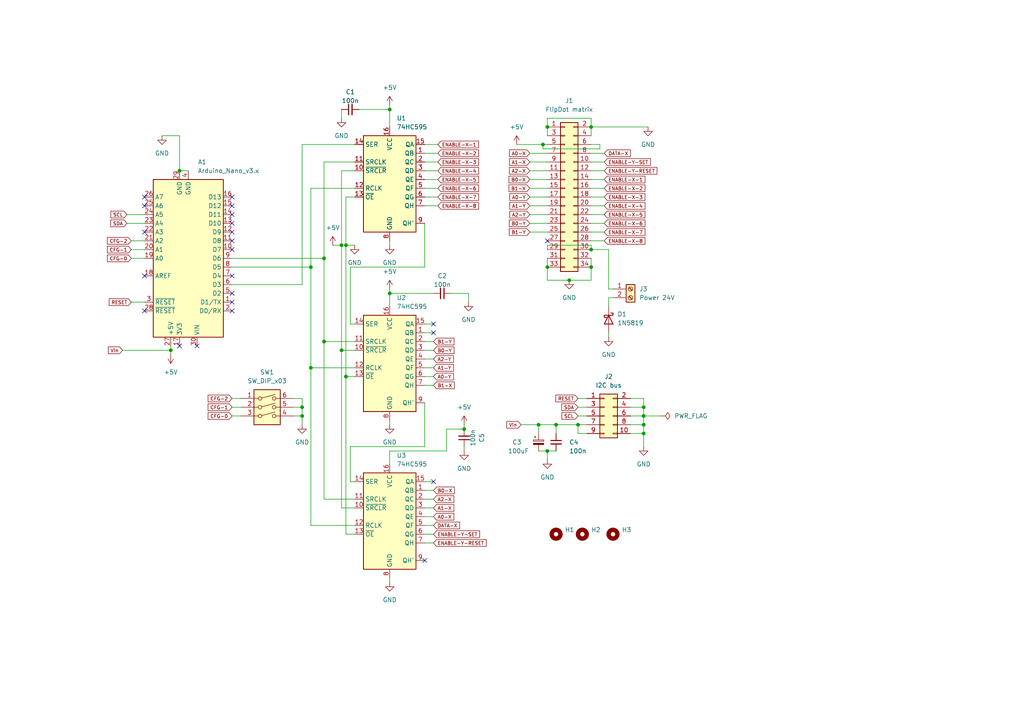
<source format=kicad_sch>
(kicad_sch (version 20211123) (generator eeschema)
  (paper "A4")
  (title_block (title "FlipDot34-Nano Controller Board") (date "2022-04-30") (rev "1.0"))
  (lib_symbols
    (symbol "74xx:74HC595"
      (property "Reference" "U" (at -7.62 13.97 0))
      (property "Value" "74HC595" (at -7.62 -16.51 0))
      (symbol "74HC595_1_0"
        (pin tri_state line (at 10.16 7.62 180) (length 2.54) (name "QB") (number "1"))
        (pin input line (at -10.16 2.54 0) (length 2.54) (name "~{SRCLR}") (number "10"))
        (pin input line (at -10.16 5.08 0) (length 2.54) (name "SRCLK") (number "11"))
        (pin input line (at -10.16 -2.54 0) (length 2.54) (name "RCLK") (number "12"))
        (pin input line (at -10.16 -5.08 0) (length 2.54) (name "~{OE}") (number "13"))
        (pin input line (at -10.16 10.16 0) (length 2.54) (name "SER") (number "14"))
        (pin tri_state line (at 10.16 10.16 180) (length 2.54) (name "QA") (number "15"))
        (pin power_in line (at 0 15.24 270) (length 2.54) (name "VCC") (number "16"))
        (pin tri_state line (at 10.16 5.08 180) (length 2.54) (name "QC") (number "2"))
        (pin tri_state line (at 10.16 2.54 180) (length 2.54) (name "QD") (number "3"))
        (pin tri_state line (at 10.16 0 180) (length 2.54) (name "QE") (number "4"))
        (pin tri_state line (at 10.16 -2.54 180) (length 2.54) (name "QF") (number "5"))
        (pin tri_state line (at 10.16 -5.08 180) (length 2.54) (name "QG") (number "6"))
        (pin tri_state line (at 10.16 -7.62 180) (length 2.54) (name "QH") (number "7"))
        (pin power_in line (at 0 -17.78 90) (length 2.54) (name "GND") (number "8"))
        (pin output line (at 10.16 -12.7 180) (length 2.54) (name "QH'") (number "9"))
      )
      (symbol "74HC595_1_1"
        (rectangle (start -7.62 12.7) (end 7.62 -15.24) (stroke (width 0.254)) (fill (type background)))
      )
    )
    (symbol "Connector:Screw_Terminal_01x02" (pin_names (offset 1.016) hide)
      (property "Reference" "J" (at 0 2.54 0))
      (property "Value" "Screw_Terminal_01x02" (at 0 -5.08 0))
      (symbol "Screw_Terminal_01x02_1_1"
        (rectangle (start -1.27 1.27) (end 1.27 -3.81) (stroke (width 0.254)) (fill (type background)))
        (circle (center 0 -2.54) (radius 0.635) (stroke (width 0.1524)))
        (polyline (pts (xy -0.5334 -2.2098) (xy 0.3302 -3.048)) (stroke (width 0.1524)))
        (polyline (pts (xy -0.5334 0.3302) (xy 0.3302 -0.508)) (stroke (width 0.1524)))
        (polyline (pts (xy -0.3556 -2.032) (xy 0.508 -2.8702)) (stroke (width 0.1524)))
        (polyline (pts (xy -0.3556 0.508) (xy 0.508 -0.3302)) (stroke (width 0.1524)))
        (circle (center 0 0) (radius 0.635) (stroke (width 0.1524)))
        (pin passive line (at -5.08 0 0) (length 3.81) (name "Pin_1") (number "1"))
        (pin passive line (at -5.08 -2.54 0) (length 3.81) (name "Pin_2") (number "2"))
      )
    )
    (symbol "Connector_Generic:Conn_02x05_Odd_Even" (pin_names (offset 1.016) hide)
      (property "Reference" "J" (at 1.27 7.62 0))
      (property "Value" "Conn_02x05_Odd_Even" (at 1.27 -7.62 0))
      (symbol "Conn_02x05_Odd_Even_1_1"
        (rectangle (start -1.27 -4.953) (end 0 -5.207) (stroke (width 0.1524)))
        (rectangle (start -1.27 -2.413) (end 0 -2.667) (stroke (width 0.1524)))
        (rectangle (start -1.27 0.127) (end 0 -0.127) (stroke (width 0.1524)))
        (rectangle (start -1.27 2.667) (end 0 2.413) (stroke (width 0.1524)))
        (rectangle (start -1.27 5.207) (end 0 4.953) (stroke (width 0.1524)))
        (rectangle (start -1.27 6.35) (end 3.81 -6.35) (stroke (width 0.254)) (fill (type background)))
        (rectangle (start 3.81 -4.953) (end 2.54 -5.207) (stroke (width 0.1524)))
        (rectangle (start 3.81 -2.413) (end 2.54 -2.667) (stroke (width 0.1524)))
        (rectangle (start 3.81 0.127) (end 2.54 -0.127) (stroke (width 0.1524)))
        (rectangle (start 3.81 2.667) (end 2.54 2.413) (stroke (width 0.1524)))
        (rectangle (start 3.81 5.207) (end 2.54 4.953) (stroke (width 0.1524)))
        (pin passive line (at -5.08 5.08 0) (length 3.81) (name "Pin_1") (number "1"))
        (pin passive line (at 7.62 -5.08 180) (length 3.81) (name "Pin_10") (number "10"))
        (pin passive line (at 7.62 5.08 180) (length 3.81) (name "Pin_2") (number "2"))
        (pin passive line (at -5.08 2.54 0) (length 3.81) (name "Pin_3") (number "3"))
        (pin passive line (at 7.62 2.54 180) (length 3.81) (name "Pin_4") (number "4"))
        (pin passive line (at -5.08 0 0) (length 3.81) (name "Pin_5") (number "5"))
        (pin passive line (at 7.62 0 180) (length 3.81) (name "Pin_6") (number "6"))
        (pin passive line (at -5.08 -2.54 0) (length 3.81) (name "Pin_7") (number "7"))
        (pin passive line (at 7.62 -2.54 180) (length 3.81) (name "Pin_8") (number "8"))
        (pin passive line (at -5.08 -5.08 0) (length 3.81) (name "Pin_9") (number "9"))
      )
    )
    (symbol "Connector_Generic:Conn_02x17_Odd_Even" (pin_names (offset 1.016) hide)
      (property "Reference" "J" (at 1.27 22.86 0))
      (property "Value" "Conn_02x17_Odd_Even" (at 1.27 -22.86 0))
      (symbol "Conn_02x17_Odd_Even_1_1"
        (rectangle (start -1.27 -20.193) (end 0 -20.447) (stroke (width 0.1524)))
        (rectangle (start -1.27 -17.653) (end 0 -17.907) (stroke (width 0.1524)))
        (rectangle (start -1.27 -15.113) (end 0 -15.367) (stroke (width 0.1524)))
        (rectangle (start -1.27 -12.573) (end 0 -12.827) (stroke (width 0.1524)))
        (rectangle (start -1.27 -10.033) (end 0 -10.287) (stroke (width 0.1524)))
        (rectangle (start -1.27 -7.493) (end 0 -7.747) (stroke (width 0.1524)))
        (rectangle (start -1.27 -4.953) (end 0 -5.207) (stroke (width 0.1524)))
        (rectangle (start -1.27 -2.413) (end 0 -2.667) (stroke (width 0.1524)))
        (rectangle (start -1.27 0.127) (end 0 -0.127) (stroke (width 0.1524)))
        (rectangle (start -1.27 2.667) (end 0 2.413) (stroke (width 0.1524)))
        (rectangle (start -1.27 5.207) (end 0 4.953) (stroke (width 0.1524)))
        (rectangle (start -1.27 7.747) (end 0 7.493) (stroke (width 0.1524)))
        (rectangle (start -1.27 10.287) (end 0 10.033) (stroke (width 0.1524)))
        (rectangle (start -1.27 12.827) (end 0 12.573) (stroke (width 0.1524)))
        (rectangle (start -1.27 15.367) (end 0 15.113) (stroke (width 0.1524)))
        (rectangle (start -1.27 17.907) (end 0 17.653) (stroke (width 0.1524)))
        (rectangle (start -1.27 20.447) (end 0 20.193) (stroke (width 0.1524)))
        (rectangle (start -1.27 21.59) (end 3.81 -21.59) (stroke (width 0.254)) (fill (type background)))
        (rectangle (start 3.81 -20.193) (end 2.54 -20.447) (stroke (width 0.1524)))
        (rectangle (start 3.81 -17.653) (end 2.54 -17.907) (stroke (width 0.1524)))
        (rectangle (start 3.81 -15.113) (end 2.54 -15.367) (stroke (width 0.1524)))
        (rectangle (start 3.81 -12.573) (end 2.54 -12.827) (stroke (width 0.1524)))
        (rectangle (start 3.81 -10.033) (end 2.54 -10.287) (stroke (width 0.1524)))
        (rectangle (start 3.81 -7.493) (end 2.54 -7.747) (stroke (width 0.1524)))
        (rectangle (start 3.81 -4.953) (end 2.54 -5.207) (stroke (width 0.1524)))
        (rectangle (start 3.81 -2.413) (end 2.54 -2.667) (stroke (width 0.1524)))
        (rectangle (start 3.81 0.127) (end 2.54 -0.127) (stroke (width 0.1524)))
        (rectangle (start 3.81 2.667) (end 2.54 2.413) (stroke (width 0.1524)))
        (rectangle (start 3.81 5.207) (end 2.54 4.953) (stroke (width 0.1524)))
        (rectangle (start 3.81 7.747) (end 2.54 7.493) (stroke (width 0.1524)))
        (rectangle (start 3.81 10.287) (end 2.54 10.033) (stroke (width 0.1524)))
        (rectangle (start 3.81 12.827) (end 2.54 12.573) (stroke (width 0.1524)))
        (rectangle (start 3.81 15.367) (end 2.54 15.113) (stroke (width 0.1524)))
        (rectangle (start 3.81 17.907) (end 2.54 17.653) (stroke (width 0.1524)))
        (rectangle (start 3.81 20.447) (end 2.54 20.193) (stroke (width 0.1524)))
        (pin passive line (at -5.08 20.32 0) (length 3.81) (name "Pin_1") (number "1"))
        (pin passive line (at 7.62 10.16 180) (length 3.81) (name "Pin_10") (number "10"))
        (pin passive line (at -5.08 7.62 0) (length 3.81) (name "Pin_11") (number "11"))
        (pin passive line (at 7.62 7.62 180) (length 3.81) (name "Pin_12") (number "12"))
        (pin passive line (at -5.08 5.08 0) (length 3.81) (name "Pin_13") (number "13"))
        (pin passive line (at 7.62 5.08 180) (length 3.81) (name "Pin_14") (number "14"))
        (pin passive line (at -5.08 2.54 0) (length 3.81) (name "Pin_15") (number "15"))
        (pin passive line (at 7.62 2.54 180) (length 3.81) (name "Pin_16") (number "16"))
        (pin passive line (at -5.08 0 0) (length 3.81) (name "Pin_17") (number "17"))
        (pin passive line (at 7.62 0 180) (length 3.81) (name "Pin_18") (number "18"))
        (pin passive line (at -5.08 -2.54 0) (length 3.81) (name "Pin_19") (number "19"))
        (pin passive line (at 7.62 20.32 180) (length 3.81) (name "Pin_2") (number "2"))
        (pin passive line (at 7.62 -2.54 180) (length 3.81) (name "Pin_20") (number "20"))
        (pin passive line (at -5.08 -5.08 0) (length 3.81) (name "Pin_21") (number "21"))
        (pin passive line (at 7.62 -5.08 180) (length 3.81) (name "Pin_22") (number "22"))
        (pin passive line (at -5.08 -7.62 0) (length 3.81) (name "Pin_23") (number "23"))
        (pin passive line (at 7.62 -7.62 180) (length 3.81) (name "Pin_24") (number "24"))
        (pin passive line (at -5.08 -10.16 0) (length 3.81) (name "Pin_25") (number "25"))
        (pin passive line (at 7.62 -10.16 180) (length 3.81) (name "Pin_26") (number "26"))
        (pin passive line (at -5.08 -12.7 0) (length 3.81) (name "Pin_27") (number "27"))
        (pin passive line (at 7.62 -12.7 180) (length 3.81) (name "Pin_28") (number "28"))
        (pin passive line (at -5.08 -15.24 0) (length 3.81) (name "Pin_29") (number "29"))
        (pin passive line (at -5.08 17.78 0) (length 3.81) (name "Pin_3") (number "3"))
        (pin passive line (at 7.62 -15.24 180) (length 3.81) (name "Pin_30") (number "30"))
        (pin passive line (at -5.08 -17.78 0) (length 3.81) (name "Pin_31") (number "31"))
        (pin passive line (at 7.62 -17.78 180) (length 3.81) (name "Pin_32") (number "32"))
        (pin passive line (at -5.08 -20.32 0) (length 3.81) (name "Pin_33") (number "33"))
        (pin passive line (at 7.62 -20.32 180) (length 3.81) (name "Pin_34") (number "34"))
        (pin passive line (at 7.62 17.78 180) (length 3.81) (name "Pin_4") (number "4"))
        (pin passive line (at -5.08 15.24 0) (length 3.81) (name "Pin_5") (number "5"))
        (pin passive line (at 7.62 15.24 180) (length 3.81) (name "Pin_6") (number "6"))
        (pin passive line (at -5.08 12.7 0) (length 3.81) (name "Pin_7") (number "7"))
        (pin passive line (at 7.62 12.7 180) (length 3.81) (name "Pin_8") (number "8"))
        (pin passive line (at -5.08 10.16 0) (length 3.81) (name "Pin_9") (number "9"))
      )
    )
    (symbol "Device:C_Polarized_Small" (pin_numbers hide) (pin_names (offset 0.254) hide)
      (property "Reference" "C" (at 0.254 1.778 0))
      (property "Value" "C_Polarized_Small" (at 0.254 -2.032 0))
      (symbol "C_Polarized_Small_0_1"
        (rectangle (start -1.524 -0.3048) (end 1.524 -0.6858) (fill (type outline)))
        (rectangle (start -1.524 0.6858) (end 1.524 0.3048))
        (polyline (pts (xy -1.27 1.524) (xy -0.762 1.524)))
        (polyline (pts (xy -1.016 1.27) (xy -1.016 1.778)))
      )
      (symbol "C_Polarized_Small_1_1"
        (pin passive line (at 0 2.54 270) (length 1.8542) (name "~") (number "1"))
        (pin passive line (at 0 -2.54 90) (length 1.8542) (name "~") (number "2"))
      )
    )
    (symbol "Device:C_Small" (pin_numbers hide) (pin_names (offset 0.254) hide)
      (property "Reference" "C" (at 0.254 1.778 0))
      (property "Value" "C_Small" (at 0.254 -2.032 0))
      (symbol "C_Small_0_1"
        (polyline (pts (xy -1.524 -0.508) (xy 1.524 -0.508)) (stroke (width 0.3302)))
        (polyline (pts (xy -1.524 0.508) (xy 1.524 0.508)) (stroke (width 0.3048)))
      )
      (symbol "C_Small_1_1"
        (pin passive line (at 0 2.54 270) (length 2.032) (name "~") (number "1"))
        (pin passive line (at 0 -2.54 90) (length 2.032) (name "~") (number "2"))
      )
    )
    (symbol "Diode:1N5819" (pin_numbers hide) (pin_names (offset 1.016) hide)
      (property "Reference" "D" (at 0 2.54 0))
      (property "Value" "1N5819" (at 0 -2.54 0))
      (symbol "1N5819_0_1"
        (polyline (pts (xy 1.27 0) (xy -1.27 0)))
        (polyline (pts (xy 1.27 1.27) (xy 1.27 -1.27) (xy -1.27 0) (xy 1.27 1.27)) (stroke (width 0.254)))
        (polyline (pts (xy -1.905 0.635) (xy -1.905 1.27) (xy -1.27 1.27) (xy -1.27 -1.27) (xy -0.635 -1.27) (xy -0.635 -0.635)) (stroke (width 0.254)))
      )
      (symbol "1N5819_1_1"
        (pin passive line (at -3.81 0 0) (length 2.54) (name "K") (number "1"))
        (pin passive line (at 3.81 0 180) (length 2.54) (name "A") (number "2"))
      )
    )
    (symbol "MCU_Module:Arduino_Nano_v3.x"
      (property "Reference" "A" (at -10.16 23.495 0))
      (property "Value" "Arduino_Nano_v3.x" (at 5.08 -24.13 0))
      (symbol "Arduino_Nano_v3.x_0_1"
        (rectangle (start -10.16 22.86) (end 10.16 -22.86) (stroke (width 0.254)) (fill (type background)))
      )
      (symbol "Arduino_Nano_v3.x_1_1"
        (pin bidirectional line (at -12.7 12.7 0) (length 2.54) (name "D1/TX") (number "1"))
        (pin bidirectional line (at -12.7 -2.54 0) (length 2.54) (name "D7") (number "10"))
        (pin bidirectional line (at -12.7 -5.08 0) (length 2.54) (name "D8") (number "11"))
        (pin bidirectional line (at -12.7 -7.62 0) (length 2.54) (name "D9") (number "12"))
        (pin bidirectional line (at -12.7 -10.16 0) (length 2.54) (name "D10") (number "13"))
        (pin bidirectional line (at -12.7 -12.7 0) (length 2.54) (name "D11") (number "14"))
        (pin bidirectional line (at -12.7 -15.24 0) (length 2.54) (name "D12") (number "15"))
        (pin bidirectional line (at -12.7 -17.78 0) (length 2.54) (name "D13") (number "16"))
        (pin power_out line (at 2.54 25.4 270) (length 2.54) (name "3V3") (number "17"))
        (pin input line (at 12.7 5.08 180) (length 2.54) (name "AREF") (number "18"))
        (pin bidirectional line (at 12.7 0 180) (length 2.54) (name "A0") (number "19"))
        (pin bidirectional line (at -12.7 15.24 0) (length 2.54) (name "D0/RX") (number "2"))
        (pin bidirectional line (at 12.7 -2.54 180) (length 2.54) (name "A1") (number "20"))
        (pin bidirectional line (at 12.7 -5.08 180) (length 2.54) (name "A2") (number "21"))
        (pin bidirectional line (at 12.7 -7.62 180) (length 2.54) (name "A3") (number "22"))
        (pin bidirectional line (at 12.7 -10.16 180) (length 2.54) (name "A4") (number "23"))
        (pin bidirectional line (at 12.7 -12.7 180) (length 2.54) (name "A5") (number "24"))
        (pin bidirectional line (at 12.7 -15.24 180) (length 2.54) (name "A6") (number "25"))
        (pin bidirectional line (at 12.7 -17.78 180) (length 2.54) (name "A7") (number "26"))
        (pin power_out line (at 5.08 25.4 270) (length 2.54) (name "+5V") (number "27"))
        (pin input line (at 12.7 15.24 180) (length 2.54) (name "~{RESET}") (number "28"))
        (pin power_in line (at 2.54 -25.4 90) (length 2.54) (name "GND") (number "29"))
        (pin input line (at 12.7 12.7 180) (length 2.54) (name "~{RESET}") (number "3"))
        (pin power_in line (at -2.54 25.4 270) (length 2.54) (name "VIN") (number "30"))
        (pin power_in line (at 0 -25.4 90) (length 2.54) (name "GND") (number "4"))
        (pin bidirectional line (at -12.7 10.16 0) (length 2.54) (name "D2") (number "5"))
        (pin bidirectional line (at -12.7 7.62 0) (length 2.54) (name "D3") (number "6"))
        (pin bidirectional line (at -12.7 5.08 0) (length 2.54) (name "D4") (number "7"))
        (pin bidirectional line (at -12.7 2.54 0) (length 2.54) (name "D5") (number "8"))
        (pin bidirectional line (at -12.7 0 0) (length 2.54) (name "D6") (number "9"))
      )
    )
    (symbol "Mechanical:MountingHole" (pin_names (offset 1.016))
      (property "Reference" "H" (at 0 5.08 0))
      (property "Value" "MountingHole" (at 0 3.175 0))
      (symbol "MountingHole_0_1"
        (circle (center 0 0) (radius 1.27) (stroke (width 1.27)))
      )
    )
    (symbol "Switch:SW_DIP_x03" (pin_names (offset 0) hide)
      (property "Reference" "SW" (at 0 8.89 0))
      (property "Value" "SW_DIP_x03" (at 0 -3.81 0))
      (symbol "SW_DIP_x03_0_0"
        (circle (center -2.032 0) (radius 0.508))
        (circle (center -2.032 2.54) (radius 0.508))
        (circle (center -2.032 5.08) (radius 0.508))
        (polyline (pts (xy -1.524 0.127) (xy 2.3622 1.1684)))
        (polyline (pts (xy -1.524 2.667) (xy 2.3622 3.7084)))
        (polyline (pts (xy -1.524 5.207) (xy 2.3622 6.2484)))
        (circle (center 2.032 0) (radius 0.508))
        (circle (center 2.032 2.54) (radius 0.508))
        (circle (center 2.032 5.08) (radius 0.508))
      )
      (symbol "SW_DIP_x03_0_1"
        (rectangle (start -3.81 7.62) (end 3.81 -2.54) (stroke (width 0.254)) (fill (type background)))
      )
      (symbol "SW_DIP_x03_1_1"
        (pin passive line (at -7.62 5.08 0) (length 5.08) (name "~") (number "1"))
        (pin passive line (at -7.62 2.54 0) (length 5.08) (name "~") (number "2"))
        (pin passive line (at -7.62 0 0) (length 5.08) (name "~") (number "3"))
        (pin passive line (at 7.62 0 180) (length 5.08) (name "~") (number "4"))
        (pin passive line (at 7.62 2.54 180) (length 5.08) (name "~") (number "5"))
        (pin passive line (at 7.62 5.08 180) (length 5.08) (name "~") (number "6"))
      )
    )
    (symbol "power:+5V" (power) (pin_names (offset 0))
      (property "Value" "+5V" (at 0 3.556 0))
      (symbol "+5V_0_1"
        (polyline (pts (xy -0.762 1.27) (xy 0 2.54)))
        (polyline (pts (xy 0 0) (xy 0 2.54)))
        (polyline (pts (xy 0 2.54) (xy 0.762 1.27)))
      )
      (symbol "+5V_1_1"
        (pin power_in line (at 0 0 90) (length 0) hide (name "+5V") (number "1"))
      )
    )
    (symbol "power:GND" (power) (pin_names (offset 0))
      (property "Value" "GND" (at 0 -3.81 0))
      (symbol "GND_0_1"
        (polyline (pts (xy 0 0) (xy 0 -1.27) (xy 1.27 -1.27) (xy 0 -2.54) (xy -1.27 -1.27) (xy 0 -1.27)))
      )
      (symbol "GND_1_1"
        (pin power_in line (at 0 0 270) (length 0) hide (name "GND") (number "1"))
      )
    )
    (symbol "power:PWR_FLAG" (power) (pin_numbers hide) (pin_names (offset 0) hide)
      (property "Value" "PWR_FLAG" (at 0 3.81 0))
      (symbol "PWR_FLAG_0_0"
        (pin power_out line (at 0 0 90) (length 0) (name "pwr") (number "1"))
      )
      (symbol "PWR_FLAG_0_1"
        (polyline (pts (xy 0 0) (xy 0 1.27) (xy -1.016 1.905) (xy 0 2.54) (xy 1.016 1.905) (xy 0 1.27)))
      )
    )
  )
  (junction (at 52.07 49.53))
  (junction (at 100.33 71.12))
  (junction (at 99.06 101.6))
  (junction (at 99.06 71.12))
  (junction (at 113.03 85.09))
  (junction (at 171.45 77.47))
  (junction (at 156.21 123.19))
  (junction (at 186.69 123.19))
  (junction (at 171.45 72.39))
  (junction (at 161.29 123.19))
  (junction (at 186.69 120.65))
  (junction (at 186.69 125.73))
  (junction (at 100.33 109.22))
  (junction (at 49.53 101.6))
  (junction (at 158.75 36.83))
  (junction (at 165.1 81.28))
  (junction (at 158.75 130.81))
  (junction (at 113.03 31.75))
  (junction (at 167.64 123.19))
  (junction (at 90.17 106.68))
  (junction (at 90.17 77.47))
  (junction (at 157.48 41.91))
  (junction (at 87.63 120.65))
  (junction (at 87.63 118.11))
  (junction (at 171.45 36.83))
  (junction (at 134.62 124.46))
  (junction (at 93.98 74.93))
  (junction (at 158.75 77.47))
  (junction (at 186.69 118.11))
  (junction (at 93.98 99.06))
  (no_connect (at 41.91 67.31))
  (no_connect (at 67.31 87.63))
  (no_connect (at 41.91 59.69))
  (no_connect (at 125.73 139.7))
  (no_connect (at 52.07 100.33))
  (no_connect (at 125.73 96.52))
  (no_connect (at 67.31 57.15))
  (no_connect (at 125.73 93.98))
  (no_connect (at 67.31 64.77))
  (no_connect (at 67.31 85.09))
  (no_connect (at 67.31 80.01))
  (no_connect (at 67.31 67.31))
  (no_connect (at 67.31 69.85))
  (no_connect (at 67.31 72.39))
  (no_connect (at 41.91 80.01))
  (no_connect (at 57.15 100.33))
  (no_connect (at 123.19 162.56))
  (no_connect (at 41.91 57.15))
  (no_connect (at 67.31 90.17))
  (no_connect (at 158.75 69.85))
  (no_connect (at 67.31 62.23))
  (no_connect (at 67.31 59.69))
  (no_connect (at 41.91 90.17))
  (wire (pts (xy 153.67 46.99) (xy 158.75 46.99)))
  (wire (pts (xy 102.87 57.15) (xy 100.33 57.15)))
  (wire (pts (xy 67.31 82.55) (xy 87.63 82.55)))
  (wire (pts (xy 167.64 120.65) (xy 170.18 120.65)))
  (wire (pts (xy 157.48 41.91) (xy 157.48 43.18)))
  (wire (pts (xy 113.03 31.75) (xy 113.03 36.83)))
  (wire (pts (xy 157.48 41.91) (xy 158.75 41.91)))
  (wire (pts (xy 67.31 118.11) (xy 69.85 118.11)))
  (wire (pts (xy 186.69 115.57) (xy 186.69 118.11)))
  (wire (pts (xy 158.75 71.12) (xy 171.45 71.12)))
  (wire (pts (xy 158.75 130.81) (xy 158.75 133.35)))
  (wire (pts (xy 85.09 120.65) (xy 87.63 120.65)))
  (wire (pts (xy 171.45 34.29) (xy 171.45 36.83)))
  (wire (pts (xy 158.75 36.83) (xy 158.75 39.37)))
  (wire (pts (xy 153.67 62.23) (xy 158.75 62.23)))
  (wire (pts (xy 186.69 120.65) (xy 191.77 120.65)))
  (wire (pts (xy 158.75 34.29) (xy 171.45 34.29)))
  (wire (pts (xy 123.19 77.47) (xy 101.6 77.47)))
  (wire (pts (xy 186.69 125.73) (xy 186.69 129.54)))
  (wire (pts (xy 123.19 44.45) (xy 127 44.45)))
  (wire (pts (xy 171.45 71.12) (xy 171.45 72.39)))
  (wire (pts (xy 123.19 101.6) (xy 125.73 101.6)))
  (wire (pts (xy 38.1 87.63) (xy 41.91 87.63)))
  (wire (pts (xy 49.53 101.6) (xy 49.53 102.87)))
  (wire (pts (xy 99.06 101.6) (xy 99.06 147.32)))
  (wire (pts (xy 175.26 54.61) (xy 171.45 54.61)))
  (wire (pts (xy 90.17 54.61) (xy 90.17 77.47)))
  (wire (pts (xy 123.19 52.07) (xy 127 52.07)))
  (wire (pts (xy 93.98 144.78) (xy 102.87 144.78)))
  (wire (pts (xy 100.33 71.12) (xy 102.87 71.12)))
  (wire (pts (xy 156.21 123.19) (xy 161.29 123.19)))
  (wire (pts (xy 123.19 139.7) (xy 125.73 139.7)))
  (wire (pts (xy 153.67 57.15) (xy 158.75 57.15)))
  (wire (pts (xy 173.99 43.18) (xy 173.99 41.91)))
  (wire (pts (xy 52.07 39.37) (xy 52.07 49.53)))
  (wire (pts (xy 90.17 77.47) (xy 90.17 106.68)))
  (wire (pts (xy 36.83 62.23) (xy 41.91 62.23)))
  (wire (pts (xy 175.26 57.15) (xy 171.45 57.15)))
  (wire (pts (xy 93.98 99.06) (xy 102.87 99.06)))
  (wire (pts (xy 113.03 121.92) (xy 113.03 123.19)))
  (wire (pts (xy 182.88 123.19) (xy 186.69 123.19)))
  (wire (pts (xy 182.88 120.65) (xy 186.69 120.65)))
  (wire (pts (xy 158.75 81.28) (xy 165.1 81.28)))
  (wire (pts (xy 123.19 99.06) (xy 125.73 99.06)))
  (wire (pts (xy 100.33 57.15) (xy 100.33 71.12)))
  (wire (pts (xy 67.31 77.47) (xy 90.17 77.47)))
  (wire (pts (xy 176.53 83.82) (xy 177.8 83.82)))
  (wire (pts (xy 99.06 71.12) (xy 99.06 101.6)))
  (wire (pts (xy 102.87 49.53) (xy 99.06 49.53)))
  (wire (pts (xy 85.09 115.57) (xy 87.63 115.57)))
  (wire (pts (xy 157.48 43.18) (xy 173.99 43.18)))
  (wire (pts (xy 176.53 72.39) (xy 176.53 83.82)))
  (wire (pts (xy 67.31 115.57) (xy 69.85 115.57)))
  (wire (pts (xy 52.07 49.53) (xy 54.61 49.53)))
  (wire (pts (xy 101.6 93.98) (xy 102.87 93.98)))
  (wire (pts (xy 175.26 59.69) (xy 171.45 59.69)))
  (wire (pts (xy 123.19 49.53) (xy 127 49.53)))
  (wire (pts (xy 176.53 86.36) (xy 177.8 86.36)))
  (wire (pts (xy 123.19 142.24) (xy 125.73 142.24)))
  (wire (pts (xy 123.19 116.84) (xy 123.19 129.54)))
  (wire (pts (xy 99.06 101.6) (xy 102.87 101.6)))
  (wire (pts (xy 173.99 41.91) (xy 171.45 41.91)))
  (wire (pts (xy 171.45 81.28) (xy 171.45 77.47)))
  (wire (pts (xy 100.33 109.22) (xy 100.33 154.94)))
  (wire (pts (xy 123.19 57.15) (xy 127 57.15)))
  (wire (pts (xy 123.19 46.99) (xy 127 46.99)))
  (wire (pts (xy 158.75 72.39) (xy 158.75 71.12)))
  (wire (pts (xy 123.19 109.22) (xy 125.73 109.22)))
  (wire (pts (xy 182.88 115.57) (xy 186.69 115.57)))
  (wire (pts (xy 101.6 139.7) (xy 102.87 139.7)))
  (wire (pts (xy 113.03 69.85) (xy 113.03 71.12)))
  (wire (pts (xy 186.69 123.19) (xy 186.69 125.73)))
  (wire (pts (xy 38.1 74.93) (xy 41.91 74.93)))
  (wire (pts (xy 123.19 106.68) (xy 125.73 106.68)))
  (wire (pts (xy 167.64 123.19) (xy 170.18 123.19)))
  (wire (pts (xy 101.6 129.54) (xy 101.6 139.7)))
  (wire (pts (xy 102.87 46.99) (xy 93.98 46.99)))
  (wire (pts (xy 90.17 106.68) (xy 102.87 106.68)))
  (wire (pts (xy 175.26 49.53) (xy 171.45 49.53)))
  (wire (pts (xy 171.45 72.39) (xy 176.53 72.39)))
  (wire (pts (xy 153.67 67.31) (xy 158.75 67.31)))
  (wire (pts (xy 123.19 154.94) (xy 125.73 154.94)))
  (wire (pts (xy 123.19 64.77) (xy 123.19 77.47)))
  (wire (pts (xy 123.19 152.4) (xy 125.73 152.4)))
  (wire (pts (xy 130.81 85.09) (xy 135.89 85.09)))
  (wire (pts (xy 123.19 104.14) (xy 125.73 104.14)))
  (wire (pts (xy 123.19 144.78) (xy 125.73 144.78)))
  (wire (pts (xy 67.31 74.93) (xy 93.98 74.93)))
  (wire (pts (xy 99.06 49.53) (xy 99.06 71.12)))
  (wire (pts (xy 90.17 152.4) (xy 102.87 152.4)))
  (wire (pts (xy 100.33 154.94) (xy 102.87 154.94)))
  (wire (pts (xy 161.29 123.19) (xy 161.29 125.73)))
  (wire (pts (xy 176.53 86.36) (xy 176.53 88.9)))
  (wire (pts (xy 158.75 74.93) (xy 158.75 77.47)))
  (wire (pts (xy 129.54 124.46) (xy 134.62 124.46)))
  (wire (pts (xy 175.26 46.99) (xy 171.45 46.99)))
  (wire (pts (xy 167.64 125.73) (xy 170.18 125.73)))
  (wire (pts (xy 171.45 36.83) (xy 171.45 39.37)))
  (wire (pts (xy 38.1 69.85) (xy 41.91 69.85)))
  (wire (pts (xy 113.03 130.81) (xy 129.54 130.81)))
  (wire (pts (xy 153.67 59.69) (xy 158.75 59.69)))
  (wire (pts (xy 99.06 147.32) (xy 102.87 147.32)))
  (wire (pts (xy 171.45 69.85) (xy 175.26 69.85)))
  (wire (pts (xy 161.29 123.19) (xy 167.64 123.19)))
  (wire (pts (xy 158.75 77.47) (xy 158.75 81.28)))
  (wire (pts (xy 90.17 106.68) (xy 90.17 152.4)))
  (wire (pts (xy 104.14 31.75) (xy 113.03 31.75)))
  (wire (pts (xy 153.67 52.07) (xy 158.75 52.07)))
  (wire (pts (xy 113.03 85.09) (xy 125.73 85.09)))
  (wire (pts (xy 186.69 120.65) (xy 186.69 123.19)))
  (wire (pts (xy 153.67 64.77) (xy 158.75 64.77)))
  (wire (pts (xy 182.88 125.73) (xy 186.69 125.73)))
  (wire (pts (xy 52.07 39.37) (xy 46.99 39.37)))
  (wire (pts (xy 36.83 64.77) (xy 41.91 64.77)))
  (wire (pts (xy 171.45 67.31) (xy 175.26 67.31)))
  (wire (pts (xy 167.64 115.57) (xy 170.18 115.57)))
  (wire (pts (xy 87.63 41.91) (xy 102.87 41.91)))
  (wire (pts (xy 123.19 59.69) (xy 127 59.69)))
  (wire (pts (xy 176.53 96.52) (xy 176.53 97.79)))
  (wire (pts (xy 85.09 118.11) (xy 87.63 118.11)))
  (wire (pts (xy 167.64 123.19) (xy 167.64 125.73)))
  (wire (pts (xy 87.63 82.55) (xy 87.63 41.91)))
  (wire (pts (xy 87.63 115.57) (xy 87.63 118.11)))
  (wire (pts (xy 87.63 120.65) (xy 87.63 123.19)))
  (wire (pts (xy 100.33 71.12) (xy 100.33 109.22)))
  (wire (pts (xy 93.98 46.99) (xy 93.98 74.93)))
  (wire (pts (xy 175.26 62.23) (xy 171.45 62.23)))
  (wire (pts (xy 123.19 111.76) (xy 125.73 111.76)))
  (wire (pts (xy 123.19 147.32) (xy 125.73 147.32)))
  (wire (pts (xy 167.64 118.11) (xy 170.18 118.11)))
  (wire (pts (xy 113.03 83.82) (xy 113.03 85.09)))
  (wire (pts (xy 87.63 118.11) (xy 87.63 120.65)))
  (wire (pts (xy 129.54 130.81) (xy 129.54 124.46)))
  (wire (pts (xy 175.26 44.45) (xy 171.45 44.45)))
  (wire (pts (xy 102.87 54.61) (xy 90.17 54.61)))
  (wire (pts (xy 113.03 134.62) (xy 113.03 130.81)))
  (wire (pts (xy 123.19 54.61) (xy 127 54.61)))
  (wire (pts (xy 123.19 93.98) (xy 125.73 93.98)))
  (wire (pts (xy 156.21 130.81) (xy 158.75 130.81)))
  (wire (pts (xy 134.62 129.54) (xy 134.62 130.81)))
  (wire (pts (xy 153.67 54.61) (xy 158.75 54.61)))
  (wire (pts (xy 135.89 85.09) (xy 135.89 87.63)))
  (wire (pts (xy 171.45 74.93) (xy 171.45 77.47)))
  (wire (pts (xy 151.13 123.19) (xy 156.21 123.19)))
  (wire (pts (xy 96.52 71.12) (xy 99.06 71.12)))
  (wire (pts (xy 175.26 52.07) (xy 171.45 52.07)))
  (wire (pts (xy 153.67 44.45) (xy 158.75 44.45)))
  (wire (pts (xy 100.33 109.22) (xy 102.87 109.22)))
  (wire (pts (xy 123.19 157.48) (xy 125.73 157.48)))
  (wire (pts (xy 186.69 118.11) (xy 186.69 120.65)))
  (wire (pts (xy 156.21 123.19) (xy 156.21 125.73)))
  (wire (pts (xy 165.1 81.28) (xy 171.45 81.28)))
  (wire (pts (xy 123.19 149.86) (xy 125.73 149.86)))
  (wire (pts (xy 99.06 31.75) (xy 99.06 34.29)))
  (wire (pts (xy 35.56 101.6) (xy 49.53 101.6)))
  (wire (pts (xy 171.45 36.83) (xy 187.96 36.83)))
  (wire (pts (xy 113.03 167.64) (xy 113.03 168.91)))
  (wire (pts (xy 123.19 96.52) (xy 125.73 96.52)))
  (wire (pts (xy 134.62 123.19) (xy 134.62 124.46)))
  (wire (pts (xy 158.75 36.83) (xy 158.75 34.29)))
  (wire (pts (xy 49.53 100.33) (xy 49.53 101.6)))
  (wire (pts (xy 93.98 74.93) (xy 93.98 99.06)))
  (wire (pts (xy 52.07 49.53) (xy 52.07 50.8)))
  (wire (pts (xy 67.31 120.65) (xy 69.85 120.65)))
  (wire (pts (xy 182.88 118.11) (xy 186.69 118.11)))
  (wire (pts (xy 113.03 30.48) (xy 113.03 31.75)))
  (wire (pts (xy 158.75 130.81) (xy 161.29 130.81)))
  (wire (pts (xy 93.98 99.06) (xy 93.98 144.78)))
  (wire (pts (xy 38.1 72.39) (xy 41.91 72.39)))
  (wire (pts (xy 123.19 41.91) (xy 127 41.91)))
  (wire (pts (xy 123.19 129.54) (xy 101.6 129.54)))
  (wire (pts (xy 149.86 41.91) (xy 157.48 41.91)))
  (wire (pts (xy 153.67 49.53) (xy 158.75 49.53)))
  (wire (pts (xy 101.6 77.47) (xy 101.6 93.98)))
  (wire (pts (xy 175.26 64.77) (xy 171.45 64.77)))
  (wire (pts (xy 113.03 85.09) (xy 113.03 88.9)))
  (global_label "ENABLE-X-5" (shape input) (at 175.26 62.23 0) (effects (font (size 1 1))) (property "Intersheet References" "${INTERSHEET_REFS}" (effects hide)))
  (global_label "SDA" (shape input) (at 36.83 64.77 180) (effects (font (size 1 1))) (property "Intersheet References" "${INTERSHEET_REFS}" (effects hide)))
  (global_label "ENABLE-X-8" (shape input) (at 127 59.69 0) (effects (font (size 1 1))) (property "Intersheet References" "${INTERSHEET_REFS}" (effects hide)))
  (global_label "ENABLE-Y-RESET" (shape input) (at 125.73 157.48 0) (effects (font (size 1 1))) (property "Intersheet References" "${INTERSHEET_REFS}" (effects hide)))
  (global_label "SCL" (shape input) (at 167.64 120.65 180) (effects (font (size 1 1))) (property "Intersheet References" "${INTERSHEET_REFS}" (effects hide)))
  (global_label "DATA-X" (shape input) (at 125.73 152.4 0) (effects (font (size 1 1))) (property "Intersheet References" "${INTERSHEET_REFS}" (effects hide)))
  (global_label "CFG-1" (shape input) (at 67.31 118.11 180) (effects (font (size 1 1))) (property "Intersheet References" "${INTERSHEET_REFS}" (effects hide)))
  (global_label "A0-X" (shape input) (at 125.73 149.86 0) (effects (font (size 1 1))) (property "Intersheet References" "${INTERSHEET_REFS}" (effects hide)))
  (global_label "B0-Y" (shape input) (at 153.67 64.77 180) (effects (font (size 1 1))) (property "Intersheet References" "${INTERSHEET_REFS}" (effects hide)))
  (global_label "ENABLE-X-1" (shape input) (at 127 41.91 0) (effects (font (size 1 1))) (property "Intersheet References" "${INTERSHEET_REFS}" (effects hide)))
  (global_label "B1-Y" (shape input) (at 125.73 99.06 0) (effects (font (size 1 1))) (property "Intersheet References" "${INTERSHEET_REFS}" (effects hide)))
  (global_label "ENABLE-X-6" (shape input) (at 127 54.61 0) (effects (font (size 1 1))) (property "Intersheet References" "${INTERSHEET_REFS}" (effects hide)))
  (global_label "SDA" (shape input) (at 167.64 118.11 180) (effects (font (size 1 1))) (property "Intersheet References" "${INTERSHEET_REFS}" (effects hide)))
  (global_label "A1-Y" (shape input) (at 125.73 106.68 0) (effects (font (size 1 1))) (property "Intersheet References" "${INTERSHEET_REFS}" (effects hide)))
  (global_label "B0-Y" (shape input) (at 125.73 101.6 0) (effects (font (size 1 1))) (property "Intersheet References" "${INTERSHEET_REFS}" (effects hide)))
  (global_label "A0-Y" (shape input) (at 153.67 57.15 180) (effects (font (size 1 1))) (property "Intersheet References" "${INTERSHEET_REFS}" (effects hide)))
  (global_label "ENABLE-X-3" (shape input) (at 175.26 57.15 0) (effects (font (size 1 1))) (property "Intersheet References" "${INTERSHEET_REFS}" (effects hide)))
  (global_label "ENABLE-X-4" (shape input) (at 175.26 59.69 0) (effects (font (size 1 1))) (property "Intersheet References" "${INTERSHEET_REFS}" (effects hide)))
  (global_label "ENABLE-X-5" (shape input) (at 127 52.07 0) (effects (font (size 1 1))) (property "Intersheet References" "${INTERSHEET_REFS}" (effects hide)))
  (global_label "B1-X" (shape input) (at 153.67 54.61 180) (effects (font (size 1 1))) (property "Intersheet References" "${INTERSHEET_REFS}" (effects hide)))
  (global_label "A1-X" (shape input) (at 125.73 147.32 0) (effects (font (size 1 1))) (property "Intersheet References" "${INTERSHEET_REFS}" (effects hide)))
  (global_label "RESET" (shape input) (at 38.1 87.63 180) (effects (font (size 1 1))) (property "Intersheet References" "${INTERSHEET_REFS}" (effects hide)))
  (global_label "CFG-0" (shape input) (at 67.31 120.65 180) (effects (font (size 1 1))) (property "Intersheet References" "${INTERSHEET_REFS}" (effects hide)))
  (global_label "CFG-1" (shape input) (at 38.1 72.39 180) (effects (font (size 1 1))) (property "Intersheet References" "${INTERSHEET_REFS}" (effects hide)))
  (global_label "RESET" (shape input) (at 167.64 115.57 180) (effects (font (size 1 1))) (property "Intersheet References" "${INTERSHEET_REFS}" (effects hide)))
  (global_label "B0-X" (shape input) (at 153.67 52.07 180) (effects (font (size 1 1))) (property "Intersheet References" "${INTERSHEET_REFS}" (effects hide)))
  (global_label "B1-Y" (shape input) (at 153.67 67.31 180) (effects (font (size 1 1))) (property "Intersheet References" "${INTERSHEET_REFS}" (effects hide)))
  (global_label "A0-Y" (shape input) (at 125.73 109.22 0) (effects (font (size 1 1))) (property "Intersheet References" "${INTERSHEET_REFS}" (effects hide)))
  (global_label "A2-X" (shape input) (at 153.67 49.53 180) (effects (font (size 1 1))) (property "Intersheet References" "${INTERSHEET_REFS}" (effects hide)))
  (global_label "B0-X" (shape input) (at 125.73 142.24 0) (effects (font (size 1 1))) (property "Intersheet References" "${INTERSHEET_REFS}" (effects hide)))
  (global_label "ENABLE-X-6" (shape input) (at 175.26 64.77 0) (effects (font (size 1 1))) (property "Intersheet References" "${INTERSHEET_REFS}" (effects hide)))
  (global_label "A1-Y" (shape input) (at 153.67 59.69 180) (effects (font (size 1 1))) (property "Intersheet References" "${INTERSHEET_REFS}" (effects hide)))
  (global_label "A2-Y" (shape input) (at 125.73 104.14 0) (effects (font (size 1 1))) (property "Intersheet References" "${INTERSHEET_REFS}" (effects hide)))
  (global_label "SCL" (shape input) (at 36.83 62.23 180) (effects (font (size 1 1))) (property "Intersheet References" "${INTERSHEET_REFS}" (effects hide)))
  (global_label "ENABLE-X-8" (shape input) (at 175.26 69.85 0) (effects (font (size 1 1))) (property "Intersheet References" "${INTERSHEET_REFS}" (effects hide)))
  (global_label "DATA-X" (shape input) (at 175.26 44.45 0) (effects (font (size 1 1))) (property "Intersheet References" "${INTERSHEET_REFS}" (effects hide)))
  (global_label "ENABLE-X-4" (shape input) (at 127 49.53 0) (effects (font (size 1 1))) (property "Intersheet References" "${INTERSHEET_REFS}" (effects hide)))
  (global_label "ENABLE-X-3" (shape input) (at 127 46.99 0) (effects (font (size 1 1))) (property "Intersheet References" "${INTERSHEET_REFS}" (effects hide)))
  (global_label "Vin" (shape input) (at 35.56 101.6 180) (effects (font (size 1 1))) (property "Intersheet References" "${INTERSHEET_REFS}" (effects hide)))
  (global_label "ENABLE-X-2" (shape input) (at 127 44.45 0) (effects (font (size 1 1))) (property "Intersheet References" "${INTERSHEET_REFS}" (effects hide)))
  (global_label "CFG-0" (shape input) (at 38.1 74.93 180) (effects (font (size 1 1))) (property "Intersheet References" "${INTERSHEET_REFS}" (effects hide)))
  (global_label "ENABLE-Y-RESET" (shape input) (at 175.26 49.53 0) (effects (font (size 1 1))) (property "Intersheet References" "${INTERSHEET_REFS}" (effects hide)))
  (global_label "A2-Y" (shape input) (at 153.67 62.23 180) (effects (font (size 1 1))) (property "Intersheet References" "${INTERSHEET_REFS}" (effects hide)))
  (global_label "A1-X" (shape input) (at 153.67 46.99 180) (effects (font (size 1 1))) (property "Intersheet References" "${INTERSHEET_REFS}" (effects hide)))
  (global_label "A2-X" (shape input) (at 125.73 144.78 0) (effects (font (size 1 1))) (property "Intersheet References" "${INTERSHEET_REFS}" (effects hide)))
  (global_label "Vin" (shape input) (at 151.13 123.19 180) (effects (font (size 1 1))) (property "Intersheet References" "${INTERSHEET_REFS}" (effects hide)))
  (global_label "CFG-2" (shape input) (at 38.1 69.85 180) (effects (font (size 1 1))) (property "Intersheet References" "${INTERSHEET_REFS}" (effects hide)))
  (global_label "A0-X" (shape input) (at 153.67 44.45 180) (effects (font (size 1 1))) (property "Intersheet References" "${INTERSHEET_REFS}" (effects hide)))
  (global_label "ENABLE-Y-SET" (shape input) (at 125.73 154.94 0) (effects (font (size 1 1))) (property "Intersheet References" "${INTERSHEET_REFS}" (effects hide)))
  (global_label "ENABLE-Y-SET" (shape input) (at 175.26 46.99 0) (effects (font (size 1 1))) (property "Intersheet References" "${INTERSHEET_REFS}" (effects hide)))
  (global_label "ENABLE-X-1" (shape input) (at 175.26 52.07 0) (effects (font (size 1 1))) (property "Intersheet References" "${INTERSHEET_REFS}" (effects hide)))
  (global_label "ENABLE-X-2" (shape input) (at 175.26 54.61 0) (effects (font (size 1 1))) (property "Intersheet References" "${INTERSHEET_REFS}" (effects hide)))
  (global_label "ENABLE-X-7" (shape input) (at 127 57.15 0) (effects (font (size 1 1))) (property "Intersheet References" "${INTERSHEET_REFS}" (effects hide)))
  (global_label "ENABLE-X-7" (shape input) (at 175.26 67.31 0) (effects (font (size 1 1))) (property "Intersheet References" "${INTERSHEET_REFS}" (effects hide)))
  (global_label "CFG-2" (shape input) (at 67.31 115.57 180) (effects (font (size 1 1))) (property "Intersheet References" "${INTERSHEET_REFS}" (effects hide)))
  (global_label "B1-X" (shape input) (at 125.73 111.76 0) (effects (font (size 1 1))) (property "Intersheet References" "${INTERSHEET_REFS}" (effects hide)))
  (symbol (lib_id "power:+5V") (at 134.62 123.19 0) (unit 1)
    (property "Reference" "#PWR0105" (effects hide))
    (property "Value" "+5V" (at 134.62 118.11 0))
  )
  (symbol (lib_id "74xx:74HC595") (at 113.03 52.07 0) (unit 1)
    (property "Reference" "U1" (at 115.0494 34.29 0) (effects (justify left)))
    (property "Value" "74HC595" (at 115.0494 36.83 0) (effects (justify left)))
    (property "Footprint" "Package_DIP:DIP-16_W7.62mm_LongPads" (effects hide))
    (property "Datasheet" "http://www.ti.com/lit/ds/symlink/sn74hc595.pdf" (effects hide))
  )
  (symbol (lib_id "power:+5V") (at 149.86 41.91 0) (unit 1)
    (property "Reference" "#PWR013" (effects hide))
    (property "Value" "+5V" (at 149.86 36.83 0))
  )
  (symbol (lib_id "power:GND") (at 113.03 123.19 0) (unit 1)
    (property "Reference" "#PWR010" (effects hide))
    (property "Value" "GND" (at 113.03 128.27 0))
  )
  (symbol (lib_id "power:GND") (at 113.03 71.12 0) (unit 1)
    (property "Reference" "#PWR0101" (effects hide))
    (property "Value" "GND" (at 113.03 76.2 0))
  )
  (symbol (lib_id "Device:C_Polarized_Small") (at 156.21 128.27 0) (unit 1)
    (property "Reference" "C3" (at 148.59 128.27 0) (effects (justify left)))
    (property "Value" "100uF" (at 147.32 130.81 0) (effects (justify left)))
    (property "Footprint" "Capacitor_THT:CP_Radial_D8.0mm_P3.50mm" (effects hide))
  )
  (symbol (lib_id "power:GND") (at 99.06 34.29 0) (unit 1)
    (property "Reference" "#PWR05" (effects hide))
    (property "Value" "GND" (at 99.06 39.37 0))
  )
  (symbol (lib_id "power:GND") (at 165.1 81.28 0) (unit 1)
    (property "Reference" "#PWR014" (effects hide))
    (property "Value" "GND" (at 165.1 86.36 0))
  )
  (symbol (lib_id "power:GND") (at 46.99 39.37 0) (unit 1)
    (property "Reference" "#PWR01" (effects hide))
    (property "Value" "GND" (at 46.99 44.45 0))
  )
  (symbol (lib_id "Mechanical:MountingHole") (at 177.8 154.94 0) (unit 1) (in_bom no)
    (property "Reference" "H3" (at 180.34 153.6699 0) (effects (justify left)))
    (property "Value" "MountingHole" (effects hide))
    (property "Footprint" "MountingHole:MountingHole_3.2mm_M3" (effects hide))
  )
  (symbol (lib_id "power:GND") (at 158.75 133.35 0) (unit 1)
    (property "Reference" "#PWR012" (effects hide))
    (property "Value" "GND" (at 158.75 138.43 0))
  )
  (symbol (lib_id "Mechanical:MountingHole") (at 168.91 154.94 0) (unit 1) (in_bom no)
    (property "Reference" "H2" (at 171.45 153.6699 0) (effects (justify left)))
    (property "Value" "MountingHole" (effects hide))
    (property "Footprint" "MountingHole:MountingHole_3.2mm_M3" (effects hide))
  )
  (symbol (lib_id "power:GND") (at 135.89 87.63 0) (unit 1)
    (property "Reference" "#PWR011" (effects hide))
    (property "Value" "GND" (at 135.89 92.71 0))
  )
  (symbol (lib_id "Connector_Generic:Conn_02x17_Odd_Even") (at 163.83 57.15 0) (unit 1)
    (property "Reference" "J1" (at 165.1 29.21 0))
    (property "Value" "FlipDot matrix" (at 165.1 31.75 0))
    (property "Footprint" "Connector_IDC:IDC-Header_2x17_P2.54mm_Vertical" (effects hide))
  )
  (symbol (lib_id "MCU_Module:Arduino_Nano_v3.x") (at 54.61 74.93 180) (unit 1)
    (property "Reference" "A1" (at 57.3787 46.99 0) (effects (justify right)))
    (property "Value" "Arduino_Nano_v3.x" (at 57.3787 49.53 0) (effects (justify right)))
    (property "Footprint" "Module:Arduino_Nano" (effects hide))
    (property "Datasheet" "http://www.mouser.com/pdfdocs/Gravitech_Arduino_Nano3_0.pdf" (effects hide))
  )
  (symbol (lib_id "Device:C_Small") (at 161.29 128.27 0) (unit 1)
    (property "Reference" "C4" (at 165.1 128.27 0) (effects (justify left)))
    (property "Value" "100n" (at 165.1 130.81 0) (effects (justify left)))
    (property "Footprint" "Capacitor_THT:C_Disc_D5.0mm_W2.5mm_P5.00mm" (effects hide))
  )
  (symbol (lib_id "Diode:1N5819") (at 176.53 92.71 270) (unit 1)
    (property "Reference" "D1" (at 179.07 91.1224 90) (effects (justify left)))
    (property "Value" "1N5819" (at 179.07 93.6624 90) (effects (justify left)))
    (property "Footprint" "Diode_THT:D_DO-41_SOD81_P10.16mm_Horizontal" (effects hide))
    (property "Datasheet" "http://www.vishay.com/docs/88525/1n5817.pdf" (effects hide))
  )
  (symbol (lib_id "74xx:74HC595") (at 113.03 149.86 0) (unit 1)
    (property "Reference" "U3" (at 115.0494 132.08 0) (effects (justify left)))
    (property "Value" "74HC595" (at 115.0494 134.62 0) (effects (justify left)))
    (property "Footprint" "Package_DIP:DIP-16_W7.62mm_LongPads" (effects hide))
    (property "Datasheet" "http://www.ti.com/lit/ds/symlink/sn74hc595.pdf" (effects hide))
  )
  (symbol (lib_id "power:GND") (at 102.87 71.12 0) (unit 1)
    (property "Reference" "#PWR04" (effects hide))
    (property "Value" "GND" (at 102.87 76.2 0))
  )
  (symbol (lib_id "74xx:74HC595") (at 113.03 104.14 0) (unit 1)
    (property "Reference" "U2" (at 115.0494 86.36 0) (effects (justify left)))
    (property "Value" "74HC595" (at 115.0494 88.9 0) (effects (justify left)))
    (property "Footprint" "Package_DIP:DIP-16_W7.62mm_LongPads" (effects hide))
    (property "Datasheet" "http://www.ti.com/lit/ds/symlink/sn74hc595.pdf" (effects hide))
  )
  (symbol (lib_id "Connector_Generic:Conn_02x05_Odd_Even") (at 175.26 120.65 0) (unit 1)
    (property "Reference" "J2" (at 176.53 109.22 0))
    (property "Value" "I2C bus" (at 176.53 111.76 0))
    (property "Footprint" "Connector_IDC:IDC-Header_2x05_P2.54mm_Vertical" (effects hide))
  )
  (symbol (lib_id "Device:C_Small") (at 101.6 31.75 90) (unit 1)
    (property "Reference" "C1" (at 101.6 26.67 90))
    (property "Value" "100n" (at 101.6 29.21 90))
    (property "Footprint" "Capacitor_THT:C_Disc_D5.0mm_W2.5mm_P5.00mm" (effects hide))
  )
  (symbol (lib_id "power:GND") (at 186.69 129.54 0) (unit 1)
    (property "Reference" "#PWR016" (effects hide))
    (property "Value" "GND" (at 186.69 134.62 0))
  )
  (symbol (lib_id "power:+5V") (at 49.53 102.87 180) (unit 1)
    (property "Reference" "#PWR02" (effects hide))
    (property "Value" "+5V" (at 49.53 107.95 0))
  )
  (symbol (lib_id "power:+5V") (at 96.52 71.12 0) (unit 1)
    (property "Reference" "#PWR06" (effects hide))
    (property "Value" "+5V" (at 96.52 66.04 0))
  )
  (symbol (lib_id "Connector:Screw_Terminal_01x02") (at 182.88 83.82 0) (unit 1)
    (property "Reference" "J3" (at 185.42 83.8199 0) (effects (justify left)))
    (property "Value" "Power 24V" (at 185.42 86.3599 0) (effects (justify left)))
    (property "Footprint" "TerminalBlock:TerminalBlock_bornier-2_P5.08mm" (effects hide))
  )
  (symbol (lib_id "power:GND") (at 87.63 123.19 0) (unit 1)
    (property "Reference" "#PWR0102" (effects hide))
    (property "Value" "GND" (at 87.63 128.27 0))
  )
  (symbol (lib_id "Device:C_Small") (at 134.62 127 180) (unit 1)
    (property "Reference" "C5" (at 139.7 127 90))
    (property "Value" "100n" (at 137.16 127 90))
    (property "Footprint" "Capacitor_THT:C_Disc_D5.0mm_W2.5mm_P5.00mm" (effects hide))
  )
  (symbol (lib_id "power:GND") (at 113.03 168.91 0) (unit 1)
    (property "Reference" "#PWR0103" (effects hide))
    (property "Value" "GND" (at 113.03 173.99 0))
  )
  (symbol (lib_id "power:GND") (at 134.62 130.81 0) (unit 1)
    (property "Reference" "#PWR0104" (effects hide))
    (property "Value" "GND" (at 134.62 135.89 0))
  )
  (symbol (lib_id "power:+5V") (at 113.03 30.48 0) (unit 1)
    (property "Reference" "#PWR07" (effects hide))
    (property "Value" "+5V" (at 113.03 25.4 0))
  )
  (symbol (lib_id "Switch:SW_DIP_x03") (at 77.47 120.65 0) (unit 1)
    (property "Reference" "SW1" (at 77.47 107.95 0))
    (property "Value" "SW_DIP_x03" (at 77.47 110.49 0))
    (property "Footprint" "Button_Switch_THT:SW_DIP_SPSTx03_Slide_9.78x9.8mm_W7.62mm_P2.54mm" (effects hide))
  )
  (symbol (lib_id "Device:C_Small") (at 128.27 85.09 270) (unit 1)
    (property "Reference" "C2" (at 128.27 80.01 90))
    (property "Value" "100n" (at 128.27 82.55 90))
    (property "Footprint" "Capacitor_THT:C_Disc_D5.0mm_W2.5mm_P5.00mm" (effects hide))
  )
  (symbol (lib_id "Mechanical:MountingHole") (at 161.29 154.94 0) (unit 1) (in_bom no)
    (property "Reference" "H1" (at 163.83 153.6699 0) (effects (justify left)))
    (property "Value" "MountingHole" (effects hide))
    (property "Footprint" "MountingHole:MountingHole_3.2mm_M3" (effects hide))
  )
  (symbol (lib_id "power:PWR_FLAG") (at 191.77 120.65 270) (unit 1)
    (property "Reference" "#FLG0101" (effects hide))
    (property "Value" "PWR_FLAG" (at 195.58 120.6499 90) (effects (justify left)))
  )
  (symbol (lib_id "power:GND") (at 187.96 36.83 0) (unit 1)
    (property "Reference" "#PWR017" (effects hide))
    (property "Value" "GND" (at 187.96 41.91 0))
  )
  (symbol (lib_id "power:GND") (at 176.53 97.79 0) (unit 1)
    (property "Reference" "#PWR015" (effects hide))
    (property "Value" "GND" (at 176.53 102.87 0))
  )
  (symbol (lib_id "power:+5V") (at 113.03 83.82 0) (unit 1)
    (property "Reference" "#PWR09" (effects hide))
    (property "Value" "+5V" (at 113.03 78.74 0))
  )
)
</source>
